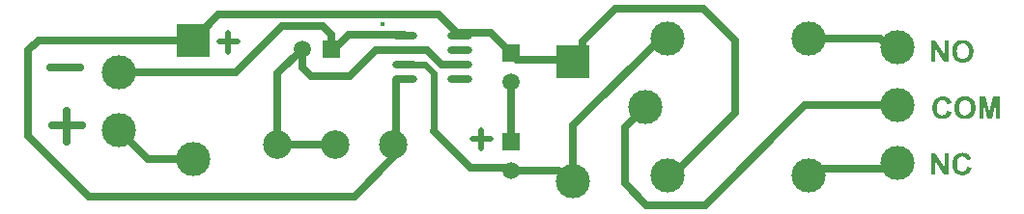
<source format=gtl>
%FSTAX23Y23*%
%MOIN*%
%SFA1B1*%

%IPPOS*%
%ADD10O,0.086614X0.023622*%
%ADD11C,0.027559*%
%ADD12C,0.020866*%
%ADD13C,0.023622*%
%ADD14C,0.098425*%
%ADD15C,0.118110*%
%ADD16R,0.118110X0.118110*%
%ADD17R,0.059055X0.059055*%
%ADD18C,0.059055*%
%ADD19R,0.059055X0.059055*%
%LN1-1*%
%LPD*%
G36*
X03899Y026D02*
X03885D01*
Y02614*
X03899*
Y026*
G37*
G36*
X05845Y02475D02*
X05829D01*
X05799Y02524*
Y02475*
X05785*
Y0255*
X05799*
X05831Y02499*
Y0255*
X05845*
Y02475*
G37*
G36*
X05896Y02551D02*
X05897D01*
X05898Y02551*
X059Y02551*
X05902Y02551*
X05904Y0255*
X05906Y0255*
X05908Y02549*
X0591Y02548*
X05912Y02547*
X05915Y02546*
X05917Y02545*
X05919Y02543*
X05921Y02541*
X05921Y02541*
X05921Y02541*
X05922Y0254*
X05922Y02539*
X05923Y02538*
X05924Y02537*
X05925Y02535*
X05926Y02534*
X05927Y02532*
X05928Y02529*
X05929Y02527*
X05929Y02525*
X0593Y02522*
X05931Y02519*
X05931Y02516*
X05931Y02512*
Y02512*
Y02511*
X05931Y0251*
Y02509*
X05931Y02508*
X0593Y02506*
X0593Y02504*
X0593Y02502*
X05929Y02499*
X05929Y02497*
X05928Y02495*
X05927Y02492*
X05926Y0249*
X05924Y02488*
X05923Y02485*
X05921Y02483*
X05921Y02483*
X0592Y02483*
X0592Y02482*
X05919Y02482*
X05918Y02481*
X05917Y0248*
X05915Y02479*
X05914Y02478*
X05912Y02477*
X0591Y02476*
X05908Y02475*
X05905Y02475*
X05903Y02474*
X059Y02474*
X05897Y02473*
X05894Y02473*
X05894*
X05893Y02473*
X05892Y02473*
X0589Y02473*
X05889Y02474*
X05887Y02474*
X05885Y02474*
X05883Y02475*
X0588Y02476*
X05878Y02476*
X05876Y02477*
X05874Y02479*
X05872Y0248*
X0587Y02481*
X05868Y02483*
X05867Y02483*
X05867Y02484*
X05867Y02484*
X05866Y02485*
X05865Y02486*
X05864Y02488*
X05864Y02489*
X05863Y02491*
X05862Y02493*
X05861Y02495*
X0586Y02497*
X05859Y025*
X05858Y02502*
X05858Y02505*
X05858Y02508*
X05858Y02512*
Y02512*
Y02512*
Y02513*
X05858Y02514*
Y02515*
X05858Y02516*
X05858Y02517*
X05858Y02519*
X05858Y02522*
X05859Y02525*
X0586Y02528*
X05861Y02531*
Y02531*
X05861Y02531*
X05861Y02532*
X05861Y02532*
X05862Y02533*
X05863Y02535*
X05864Y02536*
X05865Y02538*
X05866Y0254*
X05868Y02542*
X05868Y02542*
X05868Y02542*
X05869Y02542*
X0587Y02543*
X05871Y02544*
X05872Y02545*
X05874Y02547*
X05876Y02548*
X05878Y02548*
X05878*
X05878Y02549*
X05879Y02549*
X05879Y02549*
X0588Y02549*
X05881Y02549*
X05882Y0255*
X05883Y0255*
X05885Y02551*
X05888Y02551*
X05891Y02551*
X05894Y02552*
X05895*
X05896Y02551*
G37*
G36*
X05896Y02161D02*
X05897Y02161D01*
X05898Y02161*
X059Y02161*
X05901Y02161*
X05903Y0216*
X05905Y0216*
X05907Y02159*
X05909Y02158*
X05911Y02157*
X05912Y02156*
X05914Y02155*
X05916Y02153*
X05916*
X05916Y02153*
X05916Y02153*
X05917Y02152*
X05917Y02152*
X05918Y02151*
X05919Y0215*
X0592Y02148*
X05921Y02145*
X05923Y02143*
X05924Y02139*
X05909Y02136*
Y02136*
X05908Y02136*
Y02136*
X05908Y02137*
X05908Y02138*
X05907Y02139*
X05907Y02141*
X05906Y02142*
X05904Y02144*
X05903Y02145*
X05903Y02145*
X05902Y02146*
X05901Y02146*
X059Y02147*
X05899Y02147*
X05897Y02148*
X05895Y02148*
X05893Y02149*
X05892*
X05891Y02148*
X05891Y02148*
X0589Y02148*
X05888Y02148*
X05886Y02147*
X05883Y02146*
X05882Y02145*
X05881Y02145*
X0588Y02144*
X05879Y02142*
Y02142*
X05879Y02142*
X05879Y02142*
X05878Y02141*
X05878Y02141*
X05877Y0214*
X05877Y02139*
X05876Y02138*
X05876Y02136*
X05875Y02135*
X05875Y02133*
X05875Y02132*
X05874Y0213*
X05874Y02128*
X05874Y02125*
X05874Y02123*
Y02123*
Y02122*
Y02121*
X05874Y0212*
Y02119*
X05874Y02118*
X05874Y02116*
X05874Y02115*
X05875Y02111*
X05876Y02108*
X05877Y02106*
X05877Y02105*
X05878Y02103*
X05879Y02102*
X05879Y02102*
X05879Y02102*
X05879Y02102*
X0588Y02101*
X05881Y021*
X05883Y02099*
X05884Y02098*
X05887Y02097*
X05889Y02096*
X05891Y02096*
X05892Y02096*
X05893*
X05893Y02096*
X05894Y02096*
X05896Y02097*
X05897Y02097*
X05899Y02098*
X05901Y02099*
X05903Y021*
X05903Y021*
X05903Y02101*
X05904Y02102*
X05905Y02103*
X05906Y02105*
X05907Y02107*
X05908Y02109*
X05909Y02112*
X05924Y02108*
Y02108*
X05924Y02107*
X05924Y02106*
X05923Y02106*
X05923Y02105*
X05922Y02103*
X05922Y02102*
X05921Y02101*
X0592Y02098*
X05918Y02095*
X05915Y02092*
X05914Y0209*
X05912Y02089*
X05912Y02089*
X05912Y02089*
X05912Y02089*
X05911Y02088*
X0591Y02088*
X05909Y02087*
X05908Y02087*
X05907Y02086*
X05906Y02086*
X05904Y02085*
X05902Y02085*
X05901Y02084*
X05899Y02084*
X05897Y02083*
X05895Y02083*
X05892Y02083*
X05892*
X05891Y02083*
X0589Y02083*
X05889Y02084*
X05887Y02084*
X05885Y02084*
X05884Y02085*
X05882Y02085*
X0588Y02086*
X05878Y02087*
X05876Y02088*
X05874Y02089*
X05872Y0209*
X0587Y02092*
X05868Y02093*
X05868Y02094*
X05867Y02094*
X05867Y02095*
X05866Y02095*
X05865Y02096*
X05865Y02098*
X05864Y02099*
X05863Y02101*
X05862Y02103*
X05861Y02105*
X0586Y02107*
X0586Y0211*
X05859Y02112*
X05858Y02115*
X05858Y02118*
X05858Y02122*
Y02122*
Y02122*
Y02123*
X05858Y02124*
Y02125*
X05858Y02126*
X05859Y02128*
X05859Y0213*
X05859Y02132*
X0586Y02135*
X0586Y02137*
X05861Y0214*
X05862Y02142*
X05863Y02145*
X05865Y02147*
X05866Y02149*
X05868Y02151*
X05868Y02151*
X05868Y02152*
X05869Y02152*
X0587Y02153*
X05871Y02153*
X05872Y02154*
X05873Y02155*
X05875Y02156*
X05876Y02157*
X05878Y02158*
X0588Y02159*
X05883Y0216*
X05885Y02161*
X05888Y02161*
X05891Y02161*
X05893Y02162*
X05895*
X05896Y02161*
G37*
G36*
X05845Y02085D02*
X05829D01*
X05799Y02134*
Y02085*
X05785*
Y0216*
X05799*
X05831Y02109*
Y0216*
X05845*
Y02085*
G37*
G36*
X05827Y02356D02*
X05828Y02356D01*
X0583Y02356*
X05831Y02356*
X05833Y02356*
X05835Y02355*
X05836Y02355*
X05838Y02354*
X0584Y02353*
X05842Y02352*
X05844Y02351*
X05846Y0235*
X05847Y02348*
X05847*
X05848Y02348*
X05848Y02348*
X05848Y02347*
X05849Y02347*
X05849Y02346*
X0585Y02345*
X05851Y02343*
X05853Y0234*
X05854Y02338*
X05855Y02334*
X0584Y02331*
Y02331*
X0584Y02331*
Y02331*
X0584Y02332*
X05839Y02333*
X05839Y02334*
X05838Y02336*
X05837Y02337*
X05836Y02339*
X05834Y0234*
X05834Y0234*
X05834Y02341*
X05833Y02341*
X05831Y02342*
X0583Y02342*
X05828Y02343*
X05826Y02343*
X05824Y02344*
X05823*
X05823Y02343*
X05822Y02343*
X05821Y02343*
X05819Y02343*
X05817Y02342*
X05815Y02341*
X05814Y0234*
X05812Y0234*
X05811Y02339*
X0581Y02337*
Y02337*
X0581Y02337*
X0581Y02337*
X0581Y02336*
X05809Y02336*
X05809Y02335*
X05808Y02334*
X05808Y02333*
X05807Y02331*
X05807Y0233*
X05806Y02328*
X05806Y02327*
X05806Y02325*
X05805Y02323*
X05805Y0232*
X05805Y02318*
Y02318*
Y02317*
Y02316*
X05805Y02315*
Y02314*
X05806Y02313*
X05806Y02311*
X05806Y0231*
X05807Y02306*
X05807Y02303*
X05808Y02301*
X05809Y023*
X0581Y02298*
X0581Y02297*
X0581Y02297*
X05811Y02297*
X05811Y02297*
X05811Y02296*
X05812Y02295*
X05814Y02294*
X05816Y02293*
X05818Y02292*
X05821Y02291*
X05822Y02291*
X05824Y02291*
X05824*
X05825Y02291*
X05826Y02291*
X05827Y02292*
X05829Y02292*
X05831Y02293*
X05832Y02294*
X05834Y02295*
X05834Y02295*
X05835Y02296*
X05836Y02297*
X05837Y02298*
X05838Y023*
X05839Y02302*
X0584Y02304*
X0584Y02307*
X05855Y02303*
Y02303*
X05855Y02302*
X05855Y02301*
X05855Y02301*
X05854Y023*
X05854Y02298*
X05853Y02297*
X05853Y02296*
X05851Y02293*
X05849Y0229*
X05847Y02287*
X05845Y02285*
X05844Y02284*
X05844Y02284*
X05844Y02284*
X05843Y02284*
X05843Y02283*
X05842Y02283*
X05841Y02282*
X0584Y02282*
X05838Y02281*
X05837Y02281*
X05836Y0228*
X05834Y0228*
X05832Y02279*
X0583Y02279*
X05828Y02278*
X05826Y02278*
X05824Y02278*
X05823*
X05822Y02278*
X05821Y02278*
X0582Y02279*
X05819Y02279*
X05817Y02279*
X05815Y0228*
X05813Y0228*
X05811Y02281*
X05809Y02282*
X05807Y02283*
X05805Y02284*
X05803Y02285*
X05801Y02287*
X05799Y02288*
X05799Y02289*
X05799Y02289*
X05798Y0229*
X05798Y0229*
X05797Y02291*
X05796Y02293*
X05795Y02294*
X05794Y02296*
X05793Y02298*
X05793Y023*
X05792Y02302*
X05791Y02305*
X0579Y02307*
X0579Y0231*
X0579Y02313*
X0579Y02317*
Y02317*
Y02317*
Y02318*
X0579Y02319*
Y0232*
X0579Y02321*
X0579Y02323*
X0579Y02325*
X05791Y02327*
X05791Y0233*
X05792Y02332*
X05793Y02335*
X05794Y02337*
X05795Y0234*
X05796Y02342*
X05797Y02344*
X05799Y02346*
X05799Y02346*
X058Y02347*
X058Y02347*
X05801Y02348*
X05802Y02348*
X05803Y02349*
X05804Y0235*
X05806Y02351*
X05808Y02352*
X0581Y02353*
X05812Y02354*
X05814Y02355*
X05817Y02356*
X05819Y02356*
X05822Y02356*
X05825Y02357*
X05826*
X05827Y02356*
G37*
G36*
X06023Y0228D02*
X06009D01*
X06009Y02339*
X05994Y0228*
X05979*
X05965Y02339*
Y0228*
X05951*
Y02355*
X05973*
X05987Y02303*
X06Y02355*
X06023*
Y0228*
G37*
G36*
X05904Y02356D02*
X05905D01*
X05906Y02356*
X05908Y02356*
X0591Y02356*
X05911Y02355*
X05914Y02355*
X05916Y02354*
X05918Y02353*
X0592Y02352*
X05922Y02351*
X05925Y0235*
X05927Y02348*
X05929Y02346*
X05929Y02346*
X05929Y02346*
X0593Y02345*
X0593Y02344*
X05931Y02343*
X05932Y02342*
X05933Y0234*
X05934Y02339*
X05935Y02337*
X05936Y02334*
X05936Y02332*
X05937Y0233*
X05938Y02327*
X05938Y02324*
X05939Y02321*
X05939Y02317*
Y02317*
Y02316*
X05939Y02315*
Y02314*
X05938Y02313*
X05938Y02311*
X05938Y02309*
X05937Y02307*
X05937Y02304*
X05936Y02302*
X05935Y023*
X05934Y02297*
X05933Y02295*
X05932Y02293*
X0593Y0229*
X05929Y02288*
X05929Y02288*
X05928Y02288*
X05928Y02287*
X05927Y02287*
X05926Y02286*
X05925Y02285*
X05923Y02284*
X05922Y02283*
X0592Y02282*
X05918Y02281*
X05916Y0228*
X05913Y0228*
X05911Y02279*
X05908Y02279*
X05905Y02278*
X05902Y02278*
X05901*
X059Y02278*
X05899Y02278*
X05898Y02278*
X05896Y02279*
X05894Y02279*
X05892Y02279*
X0589Y0228*
X05888Y02281*
X05886Y02281*
X05884Y02282*
X05881Y02284*
X05879Y02285*
X05877Y02286*
X05875Y02288*
X05875Y02288*
X05875Y02289*
X05874Y02289*
X05874Y0229*
X05873Y02291*
X05872Y02293*
X05871Y02294*
X0587Y02296*
X05869Y02298*
X05869Y023*
X05868Y02302*
X05867Y02305*
X05866Y02307*
X05866Y0231*
X05865Y02313*
X05865Y02317*
Y02317*
Y02317*
Y02318*
X05865Y02319*
Y0232*
X05866Y02321*
X05866Y02322*
X05866Y02324*
X05866Y02327*
X05867Y0233*
X05868Y02333*
X05869Y02336*
Y02336*
X05869Y02336*
X05869Y02337*
X05869Y02337*
X0587Y02338*
X05871Y0234*
X05872Y02341*
X05873Y02343*
X05874Y02345*
X05876Y02347*
X05876Y02347*
X05876Y02347*
X05877Y02347*
X05877Y02348*
X05879Y02349*
X0588Y0235*
X05882Y02352*
X05884Y02353*
X05886Y02353*
X05886*
X05886Y02354*
X05886Y02354*
X05887Y02354*
X05888Y02354*
X05888Y02354*
X05889Y02355*
X0589Y02355*
X05893Y02356*
X05895Y02356*
X05899Y02356*
X05902Y02357*
X05903*
X05904Y02356*
G37*
%LN1-2*%
%LPC*%
G36*
X05894Y02539D02*
X05893D01*
X05893Y02538*
X05892Y02538*
X05891Y02538*
X05889Y02538*
X05886Y02537*
X05885Y02536*
X05884Y02536*
X05883Y02535*
X05881Y02534*
X0588Y02533*
X05879Y02532*
X05879Y02532*
X05879Y02532*
X05879Y02531*
X05878Y02531*
X05878Y0253*
X05877Y02529*
X05877Y02528*
X05876Y02527*
X05876Y02526*
X05875Y02524*
X05875Y02523*
X05874Y02521*
X05874Y02519*
X05874Y02517*
X05873Y02515*
X05873Y02512*
Y02512*
Y02512*
Y02511*
X05873Y0251*
X05874Y02509*
X05874Y02508*
X05874Y02507*
X05874Y02505*
X05875Y02502*
X05876Y02499*
X05877Y02497*
X05877Y02495*
X05878Y02494*
X05879Y02493*
X05879Y02493*
X0588Y02492*
X0588Y02492*
X0588Y02492*
X05881Y02491*
X05882Y02491*
X05882Y0249*
X05883Y02489*
X05885Y02488*
X05888Y02487*
X0589Y02487*
X05891Y02486*
X05893Y02486*
X05894Y02486*
X05895*
X05896Y02486*
X05897Y02486*
X05898Y02486*
X059Y02487*
X05902Y02488*
X05903Y02488*
X05905Y02489*
X05906Y0249*
X05907Y0249*
X05908Y02491*
X05909Y02493*
X05909Y02493*
X0591Y02493*
X0591Y02493*
X0591Y02494*
X05911Y02495*
X05911Y02495*
X05912Y02496*
X05912Y02498*
X05913Y02499*
X05913Y025*
X05914Y02502*
X05914Y02504*
X05915Y02506*
X05915Y02508*
X05915Y0251*
X05915Y02513*
Y02513*
Y02513*
Y02514*
X05915Y02515*
X05915Y02516*
X05915Y02517*
X05915Y02518*
X05914Y0252*
X05914Y02523*
X05913Y02526*
X05912Y02528*
X05911Y02529*
X0591Y02531*
X05909Y02532*
X05909Y02532*
X05909Y02532*
X05909Y02533*
X05908Y02533*
X05908Y02534*
X05907Y02534*
X05906Y02535*
X05905Y02535*
X05904Y02536*
X05903Y02536*
X05901Y02538*
X05899Y02538*
X05898Y02538*
X05896Y02538*
X05894Y02539*
G37*
G36*
X05902Y02344D02*
X05901D01*
X05901Y02343*
X059Y02343*
X05899Y02343*
X05897Y02343*
X05894Y02342*
X05893Y02341*
X05892Y02341*
X0589Y0234*
X05889Y02339*
X05888Y02338*
X05887Y02337*
X05887Y02337*
X05887Y02337*
X05886Y02336*
X05886Y02336*
X05885Y02335*
X05885Y02334*
X05884Y02333*
X05884Y02332*
X05883Y02331*
X05883Y02329*
X05882Y02328*
X05882Y02326*
X05882Y02324*
X05881Y02322*
X05881Y0232*
X05881Y02317*
Y02317*
Y02317*
Y02316*
X05881Y02315*
X05881Y02314*
X05881Y02313*
X05882Y02312*
X05882Y0231*
X05883Y02307*
X05884Y02304*
X05884Y02302*
X05885Y023*
X05886Y02299*
X05887Y02298*
X05887Y02298*
X05887Y02297*
X05888Y02297*
X05888Y02297*
X05889Y02296*
X05889Y02296*
X0589Y02295*
X05891Y02294*
X05893Y02293*
X05896Y02292*
X05897Y02292*
X05899Y02291*
X059Y02291*
X05902Y02291*
X05903*
X05904Y02291*
X05904Y02291*
X05905Y02291*
X05907Y02292*
X0591Y02293*
X05911Y02293*
X05912Y02294*
X05913Y02295*
X05915Y02295*
X05916Y02296*
X05917Y02298*
X05917Y02298*
X05917Y02298*
X05918Y02298*
X05918Y02299*
X05918Y023*
X05919Y023*
X05919Y02301*
X0592Y02303*
X05921Y02304*
X05921Y02305*
X05922Y02307*
X05922Y02309*
X05922Y02311*
X05923Y02313*
X05923Y02315*
X05923Y02318*
Y02318*
Y02318*
Y02319*
X05923Y0232*
X05923Y02321*
X05923Y02322*
X05923Y02323*
X05922Y02325*
X05922Y02328*
X05921Y02331*
X0592Y02333*
X05919Y02334*
X05918Y02336*
X05917Y02337*
X05917Y02337*
X05917Y02337*
X05917Y02338*
X05916Y02338*
X05916Y02339*
X05915Y02339*
X05914Y0234*
X05913Y0234*
X05912Y02341*
X05911Y02341*
X05908Y02343*
X05907Y02343*
X05905Y02343*
X05904Y02343*
X05902Y02344*
G37*
%LN1-3*%
%LPD*%
G54D10*
X0397Y02565D03*
Y02515D03*
Y02465D03*
Y02415D03*
X04159Y02565D03*
Y02515D03*
Y02465D03*
Y02415D03*
G54D11*
X04159Y02575D02*
X04265D01*
X05006Y01981D02*
X0535Y02325D01*
X04803Y01981D02*
X05006D01*
X0473Y02055D02*
X04803Y01981D01*
X04149Y02575D02*
X04159D01*
X05Y0266D02*
X0511Y0255D01*
X04695Y0266D02*
X05D01*
X04581Y02546D02*
X04695Y0266D01*
X02981Y0244D02*
X03385D01*
X03545Y026*
X03685*
X02803Y02201D02*
Y02305D01*
X02751Y02255D02*
X02855D01*
X02746Y02455D02*
X0285D01*
X02705Y0255D02*
X0324D01*
X0267Y02515D02*
X02705Y0255D01*
X0267Y0222D02*
Y02515D01*
Y0222D02*
X02878Y02011D01*
X0407Y02235D02*
X04195Y0211D01*
X04086Y02638D02*
X04149Y02575D01*
X04265D02*
X04335Y02505D01*
X03775Y0257D02*
X03965D01*
X03725Y0252D02*
X03775Y0257D01*
X04045Y02515D02*
X04095Y02465D01*
X0397Y02515D02*
X04045D01*
X04095Y02465D02*
X04159D01*
X0511Y023D02*
Y0255D01*
X04893Y02083D02*
X0511Y023D01*
X04877Y02083D02*
X04893D01*
X05622Y02105D02*
X05642Y02125D01*
X05382Y02105D02*
X05622D01*
X05361Y02083D02*
X05382Y02105D01*
X0564Y02525D02*
X0567D01*
X05608Y02556D02*
X0564Y02525D01*
X05361Y02556D02*
X05608D01*
X0455Y02255D02*
X04851Y02556D01*
X0455Y02064D02*
Y02255D01*
X0473Y02251D02*
X04798Y0232D01*
X0473Y02055D02*
Y02251D01*
X04313Y0211D02*
X04323Y021D01*
X04195Y0211D02*
X04313D01*
X03685Y026D02*
X03715Y0257D01*
X04086Y02638D02*
D01*
X03327D02*
X04086D01*
X0324Y0255D02*
X03327Y02638D01*
X0353Y0219D02*
Y02435D01*
X03615Y0252*
Y02455D02*
Y0252D01*
X0387Y02515D02*
X0397D01*
X03615Y02455D02*
X03645Y02425D01*
X0378*
X0387Y02515*
X03715Y0252D02*
X03725D01*
X03715D02*
Y0257D01*
X02878Y02011D02*
X03795D01*
X0393Y02146D02*
Y0219D01*
X03795Y02011D02*
X0393Y02146D01*
X04323Y021D02*
X04335D01*
X05642Y02125D02*
X0567D01*
X0535Y02325D02*
X0567D01*
X04581Y02507D02*
Y02546D01*
X0455Y02475D02*
X04581Y02507D01*
X04335Y022D02*
Y02405D01*
Y02505D02*
X04357Y02482D01*
X04542*
X0455Y02475*
X04851Y02556D02*
X04877D01*
X04534Y02064D02*
X0455D01*
X04498Y021D02*
X04534Y02064D01*
X04335Y021D02*
X04498D01*
X02981Y0224D02*
X03082Y02139D01*
X0324*
X0353Y0219D02*
X0373D01*
X0393D02*
X03938Y02198D01*
Y02411*
X03942Y02415*
X0397*
G54D12*
X04233Y02176D02*
Y0224D01*
X04201Y0221D02*
X04265D01*
X0336Y02511D02*
Y02575D01*
X03328Y02545D02*
X03391D01*
G54D13*
X0407Y02235D02*
Y02435D01*
X0404Y02465D02*
X0407Y02435D01*
X0397Y02465D02*
X0404D01*
G54D14*
X0393Y0219D03*
X0373D03*
X0353D03*
G54D15*
X02981Y0224D03*
Y0244D03*
X0567Y02125D03*
Y02325D03*
Y02525D03*
X04877Y02083D03*
Y02556D03*
X04798Y0232D03*
X05361Y02556D03*
Y02083D03*
X0455Y02064D03*
X0324Y02139D03*
G54D16*
X0455Y02475D03*
X0324Y0255D03*
G54D17*
X04335Y02505D03*
Y022D03*
G54D18*
X04335Y02405D03*
Y021D03*
X03615Y0252D03*
G54D19*
X03715Y0252D03*
M02*
</source>
